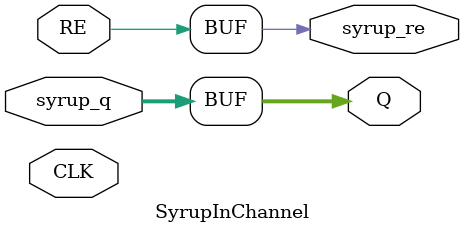
<source format=v>
module SyrupMemory1P #
  (
   parameter DOMAIN = "undefined",
   parameter ID = 0,
   parameter ADDR_WIDTH = 10,
   parameter DATA_WIDTH = 32,
   parameter WAY = 1,
   parameter LINEWIDTH = 128,
   parameter BYTE_ENABLE = 0
   )
  (
   input                     CLK,
   input [ADDR_WIDTH-1:0]    ADDR,
   input [DATA_WIDTH-1:0]    D,
   input                     WE,
   output [DATA_WIDTH-1:0]   Q,
   input                     RE,
   input [DATA_WIDTH/8-1:0]  BE,
   output [ADDR_WIDTH-1:0]   p0_syrup_addr,
   output [DATA_WIDTH-1:0]   p0_syrup_d,
   output                    p0_syrup_we,
   input [DATA_WIDTH-1:0]    p0_syrup_q,
   output                    p0_syrup_re,
   output [DATA_WIDTH/8-1:0] p0_syrup_be
   );
  assign p0_syrup_addr = ADDR;
  assign p0_syrup_d = D;
  assign p0_syrup_we = WE;
  assign p0_syrup_re = RE;
  assign p0_syrup_be = BYTE_ENABLE? BE : {(DATA_WIDTH/8){1'b1}};
  assign Q = p0_syrup_q;
endmodule

//------------------------------------------------------------------------------
// Dual-port Cache
//------------------------------------------------------------------------------
module SyrupMemory2P #
  (
   parameter DOMAIN = "undefined",
   parameter ID = 0,
   parameter ADDR_WIDTH = 10,
   parameter DATA_WIDTH = 32,
   parameter WAY = 1,
   parameter LINEWIDTH = 128,
   parameter BYTE_ENABLE = 0
   )
  (
   input                     CLK,
   input [ADDR_WIDTH-1:0]    ADDR0,
   input [DATA_WIDTH-1:0]    D0,
   input                     WE0,
   output [DATA_WIDTH-1:0]   Q0,
   input                     RE0,
   input [DATA_WIDTH/8-1:0]  BE0,
   input [ADDR_WIDTH-1:0]    ADDR1,
   input [DATA_WIDTH-1:0]    D1,
   input                     WE1,
   output [DATA_WIDTH-1:0]   Q1,
   input                     RE1,
   input [DATA_WIDTH/8-1:0]  BE1,
   output [ADDR_WIDTH-1:0]   p0_syrup_addr,
   output [DATA_WIDTH-1:0]   p0_syrup_d,
   output                    p0_syrup_we,
   input [DATA_WIDTH-1:0]    p0_syrup_q,
   output                    p0_syrup_re,
   output [DATA_WIDTH/8-1:0] p0_syrup_be,
   output [ADDR_WIDTH-1:0]   p1_syrup_addr,
   output [DATA_WIDTH-1:0]   p1_syrup_d,
   output                    p1_syrup_we,
   input [DATA_WIDTH-1:0]    p1_syrup_q,
   output                    p1_syrup_re,
   output [DATA_WIDTH/8-1:0] p1_syrup_be
   );
  assign p0_syrup_addr = ADDR0;
  assign p0_syrup_d = D0;
  assign p0_syrup_we = WE0;
  assign p0_syrup_re = RE0;
  assign p0_syrup_be = BYTE_ENABLE? BE0 : {(DATA_WIDTH/8){1'b1}};
  assign Q0 = p0_syrup_q;
  assign p1_syrup_addr = ADDR1;
  assign p1_syrup_d = D1;
  assign p1_syrup_we = WE1;
  assign p1_syrup_re = RE1;
  assign p1_syrup_be = BYTE_ENABLE? BE1 : {(DATA_WIDTH/8){1'b1}};
  assign Q1 = p1_syrup_q;
endmodule

//------------------------------------------------------------------------------
// Tri-port Cache
//------------------------------------------------------------------------------
module SyrupMemory3P #
  (
   parameter DOMAIN = "undefined",
   parameter ID = 0,
   parameter ADDR_WIDTH = 10,
   parameter DATA_WIDTH = 32,
   parameter WAY = 1,
   parameter LINEWIDTH = 128,
   parameter BYTE_ENABLE = 0
   )
  (
   input                     CLK,
   input [ADDR_WIDTH-1:0]    ADDR0,
   input [DATA_WIDTH-1:0]    D0,
   input                     WE0,
   output [DATA_WIDTH-1:0]   Q0,
   input                     RE0,
   input [DATA_WIDTH/8-1:0]  BE0,
   input [ADDR_WIDTH-1:0]    ADDR1,
   input [DATA_WIDTH-1:0]    D1,
   input                     WE1,
   output [DATA_WIDTH-1:0]   Q1,
   input                     RE1,
   input [DATA_WIDTH/8-1:0]  BE1,
   input [ADDR_WIDTH-1:0]    ADDR2,
   input [DATA_WIDTH-1:0]    D2,
   input                     WE2,
   output [DATA_WIDTH-1:0]   Q2,
   input                     RE2,
   input [DATA_WIDTH/8-1:0]  BE2,
   output [ADDR_WIDTH-1:0]   p0_syrup_addr,
   output [DATA_WIDTH-1:0]   p0_syrup_d,
   output                    p0_syrup_we,
   input [DATA_WIDTH-1:0]    p0_syrup_q,
   output                    p0_syrup_re,
   output [DATA_WIDTH/8-1:0] p0_syrup_be,
   output [ADDR_WIDTH-1:0]   p1_syrup_addr,
   output [DATA_WIDTH-1:0]   p1_syrup_d,
   output                    p1_syrup_we,
   input [DATA_WIDTH-1:0]    p1_syrup_q,
   output                    p1_syrup_re,
   output [DATA_WIDTH/8-1:0] p1_syrup_be,
   output [ADDR_WIDTH-1:0]   p2_syrup_addr,
   output [DATA_WIDTH-1:0]   p2_syrup_d,
   output                    p2_syrup_we,
   input [DATA_WIDTH-1:0]    p2_syrup_q,
   output                    p2_syrup_re,
   output [DATA_WIDTH/8-1:0] p2_syrup_be
   );
  assign p0_syrup_addr = ADDR0;
  assign p0_syrup_d = D0;
  assign p0_syrup_we = WE0;
  assign p0_syrup_re = RE0;
  assign p0_syrup_be = BYTE_ENABLE? BE0 : {(DATA_WIDTH/8){1'b1}};
  assign Q0 = p0_syrup_q;
  assign p1_syrup_addr = ADDR1;
  assign p1_syrup_d = D1;
  assign p1_syrup_we = WE1;
  assign p1_syrup_re = RE1;
  assign p1_syrup_be = BYTE_ENABLE? BE1 : {(DATA_WIDTH/8){1'b1}};
  assign Q1 = p1_syrup_q;
  assign p2_syrup_addr = ADDR2;
  assign p2_syrup_d = D2;
  assign p2_syrup_we = WE2;
  assign p2_syrup_re = RE2;
  assign p2_syrup_be = BYTE_ENABLE? BE2 : {(DATA_WIDTH/8){1'b1}};
  assign Q2 = p2_syrup_q;
endmodule

//------------------------------------------------------------------------------
// Quad-port Cache
//------------------------------------------------------------------------------
module SyrupMemory4P #
  (
   parameter DOMAIN = "undefined",
   parameter ID = 0,
   parameter ADDR_WIDTH = 10,
   parameter DATA_WIDTH = 32,
   parameter WAY = 1,
   parameter LINEWIDTH = 128,
   parameter BYTE_ENABLE = 0
   )
  (
   input                     CLK,
   input [ADDR_WIDTH-1:0]    ADDR0,
   input [DATA_WIDTH-1:0]    D0,
   input                     WE0,
   output [DATA_WIDTH-1:0]   Q0,
   input                     RE0,
   input [DATA_WIDTH/8-1:0]  BE0,
   input [ADDR_WIDTH-1:0]    ADDR1,
   input [DATA_WIDTH-1:0]    D1,
   input                     WE1,
   output [DATA_WIDTH-1:0]   Q1,
   input                     RE1,
   input [DATA_WIDTH/8-1:0]  BE1,
   input [ADDR_WIDTH-1:0]    ADDR2,
   input [DATA_WIDTH-1:0]    D2,
   input                     WE2,
   output [DATA_WIDTH-1:0]   Q2,
   input                     RE2,
   input [DATA_WIDTH/8-1:0]  BE2,
   input [ADDR_WIDTH-1:0]    ADDR3,
   input [DATA_WIDTH-1:0]    D3,
   input                     WE3,
   output [DATA_WIDTH-1:0]   Q3,
   input                     RE3,
   input [DATA_WIDTH/8-1:0]  BE3,
   output [ADDR_WIDTH-1:0]   p0_syrup_addr,
   output [DATA_WIDTH-1:0]   p0_syrup_d,
   output                    p0_syrup_we,
   input [DATA_WIDTH-1:0]    p0_syrup_q,
   output                    p0_syrup_re,
   output [DATA_WIDTH/8-1:0] p0_syrup_be,
   output [ADDR_WIDTH-1:0]   p1_syrup_addr,
   output [DATA_WIDTH-1:0]   p1_syrup_d,
   output                    p1_syrup_we,
   input [DATA_WIDTH-1:0]    p1_syrup_q,
   output                    p1_syrup_re,
   output [DATA_WIDTH/8-1:0] p1_syrup_be,
   output [ADDR_WIDTH-1:0]   p2_syrup_addr,
   output [DATA_WIDTH-1:0]   p2_syrup_d,
   output                    p2_syrup_we,
   input [DATA_WIDTH-1:0]    p2_syrup_q,
   output                    p2_syrup_re,
   output [DATA_WIDTH/8-1:0] p2_syrup_be,
   output [ADDR_WIDTH-1:0]   p3_syrup_addr,
   output [DATA_WIDTH-1:0]   p3_syrup_d,
   output                    p3_syrup_we,
   input [DATA_WIDTH-1:0]    p3_syrup_q,
   output                    p3_syrup_re,
   output [DATA_WIDTH/8-1:0] p3_syrup_be
   );
  assign p0_syrup_addr = ADDR0;
  assign p0_syrup_d = D0;
  assign p0_syrup_we = WE0;
  assign p0_syrup_re = RE0;
  assign p0_syrup_be = BYTE_ENABLE? BE0 : {(DATA_WIDTH/8){1'b1}};
  assign Q0 = p0_syrup_q;
  assign p1_syrup_addr = ADDR1;
  assign p1_syrup_d = D1;
  assign p1_syrup_we = WE1;
  assign p1_syrup_re = RE1;
  assign p1_syrup_be = BYTE_ENABLE? BE1 : {(DATA_WIDTH/8){1'b1}};
  assign Q1 = p1_syrup_q;
  assign p2_syrup_addr = ADDR2;
  assign p2_syrup_d = D2;
  assign p2_syrup_we = WE2;
  assign p2_syrup_re = RE2;
  assign p2_syrup_be = BYTE_ENABLE? BE2 : {(DATA_WIDTH/8){1'b1}};
  assign Q2 = p2_syrup_q;
  assign p3_syrup_addr = ADDR3;
  assign p3_syrup_d = D3;
  assign p3_syrup_we = WE3;
  assign p3_syrup_re = RE3;
  assign p3_syrup_be = BYTE_ENABLE? BE3 : {(DATA_WIDTH/8){1'b1}};
  assign Q3 = p3_syrup_q;
endmodule

//------------------------------------------------------------------------------
// Five-port Cache
//------------------------------------------------------------------------------
module SyrupMemory5P #
  (
   parameter DOMAIN = "undefined",
   parameter ID = 0,
   parameter ADDR_WIDTH = 10,
   parameter DATA_WIDTH = 32,
   parameter WAY = 1,
   parameter LINEWIDTH = 128,
   parameter BYTE_ENABLE = 0
   )
  (
   input                     CLK,
   input [ADDR_WIDTH-1:0]    ADDR0,
   input [DATA_WIDTH-1:0]    D0,
   input                     WE0,
   output [DATA_WIDTH-1:0]   Q0,
   input                     RE0,
   input [DATA_WIDTH/8-1:0]  BE0,
   input [ADDR_WIDTH-1:0]    ADDR1,
   input [DATA_WIDTH-1:0]    D1,
   input                     WE1,
   output [DATA_WIDTH-1:0]   Q1,
   input                     RE1,
   input [DATA_WIDTH/8-1:0]  BE1,
   input [ADDR_WIDTH-1:0]    ADDR2,
   input [DATA_WIDTH-1:0]    D2,
   input                     WE2,
   output [DATA_WIDTH-1:0]   Q2,
   input                     RE2,
   input [DATA_WIDTH/8-1:0]  BE2,
   input [ADDR_WIDTH-1:0]    ADDR3,
   input [DATA_WIDTH-1:0]    D3,
   input                     WE3,
   output [DATA_WIDTH-1:0]   Q3,
   input                     RE3,
   input [DATA_WIDTH/8-1:0]  BE3,
   input [ADDR_WIDTH-1:0]    ADDR4,
   input [DATA_WIDTH-1:0]    D4,
   input                     WE4,
   output [DATA_WIDTH-1:0]   Q4,
   input                     RE4,
   input [DATA_WIDTH/8-1:0]  BE4,
   output [ADDR_WIDTH-1:0]   p0_syrup_addr,
   output [DATA_WIDTH-1:0]   p0_syrup_d,
   output                    p0_syrup_we,
   input [DATA_WIDTH-1:0]    p0_syrup_q,
   output                    p0_syrup_re,
   output [DATA_WIDTH/8-1:0] p0_syrup_be,
   output [ADDR_WIDTH-1:0]   p1_syrup_addr,
   output [DATA_WIDTH-1:0]   p1_syrup_d,
   output                    p1_syrup_we,
   input [DATA_WIDTH-1:0]    p1_syrup_q,
   output                    p1_syrup_re,
   output [DATA_WIDTH/8-1:0] p1_syrup_be,
   output [ADDR_WIDTH-1:0]   p2_syrup_addr,
   output [DATA_WIDTH-1:0]   p2_syrup_d,
   output                    p2_syrup_we,
   input [DATA_WIDTH-1:0]    p2_syrup_q,
   output                    p2_syrup_re,
   output [DATA_WIDTH/8-1:0] p2_syrup_be,
   output [ADDR_WIDTH-1:0]   p3_syrup_addr,
   output [DATA_WIDTH-1:0]   p3_syrup_d,
   output                    p3_syrup_we,
   input [DATA_WIDTH-1:0]    p3_syrup_q,
   output                    p3_syrup_re,
   output [DATA_WIDTH/8-1:0] p3_syrup_be,
   output [ADDR_WIDTH-1:0]   p4_syrup_addr,
   output [DATA_WIDTH-1:0]   p4_syrup_d,
   output                    p4_syrup_we,
   input [DATA_WIDTH-1:0]    p4_syrup_q,
   output                    p4_syrup_re,
   output [DATA_WIDTH/8-1:0] p4_syrup_be
   );
  assign p0_syrup_addr = ADDR0;
  assign p0_syrup_d = D0;
  assign p0_syrup_we = WE0;
  assign p0_syrup_re = RE0;
  assign p0_syrup_be = BYTE_ENABLE? BE0 : {(DATA_WIDTH/8){1'b1}};
  assign Q0 = p0_syrup_q;
  assign p1_syrup_addr = ADDR1;
  assign p1_syrup_d = D1;
  assign p1_syrup_we = WE1;
  assign p1_syrup_re = RE1;
  assign p1_syrup_be = BYTE_ENABLE? BE1 : {(DATA_WIDTH/8){1'b1}};
  assign Q1 = p1_syrup_q;
  assign p2_syrup_addr = ADDR2;
  assign p2_syrup_d = D2;
  assign p2_syrup_we = WE2;
  assign p2_syrup_re = RE2;
  assign p2_syrup_be = BYTE_ENABLE? BE2 : {(DATA_WIDTH/8){1'b1}};
  assign Q2 = p2_syrup_q;
  assign p3_syrup_addr = ADDR3;
  assign p3_syrup_d = D3;
  assign p3_syrup_we = WE3;
  assign p3_syrup_re = RE3;
  assign p3_syrup_be = BYTE_ENABLE? BE3 : {(DATA_WIDTH/8){1'b1}};
  assign Q3 = p3_syrup_q;
  assign p4_syrup_addr = ADDR4;
  assign p4_syrup_d = D4;
  assign p4_syrup_we = WE4;
  assign p4_syrup_re = RE4;
  assign p4_syrup_be = BYTE_ENABLE? BE4 : {(DATA_WIDTH/8){1'b1}};
  assign Q4 = p4_syrup_q;
endmodule

//------------------------------------------------------------------------------
// Abstract Channel
//------------------------------------------------------------------------------
module SyrupOutChannel #
  (
   parameter DOMAIN = "undefined",
   parameter ID = 0,
   parameter DATA_WIDTH = 32,
   parameter ADDR_WIDTH = 4
   )
  (
   input                   CLK,
   input [DATA_WIDTH-1:0]  D,
   input                   WE,
   output [DATA_WIDTH-1:0] syrup_d,
   output                  syrup_we
   );
  assign syrup_d = D;
  assign syrup_we = WE;
endmodule

module SyrupInChannel #
  (
   parameter DOMAIN = "undefined",
   parameter ID = 0,
   parameter DATA_WIDTH = 32,
   parameter ADDR_WIDTH = 4
   )
  (
   input                   CLK,
   output [DATA_WIDTH-1:0] Q,
   input                   RE,
   input [DATA_WIDTH-1:0]  syrup_q,
   output                  syrup_re
   );
  assign Q = syrup_q;
  assign syrup_re = RE;
endmodule


</source>
